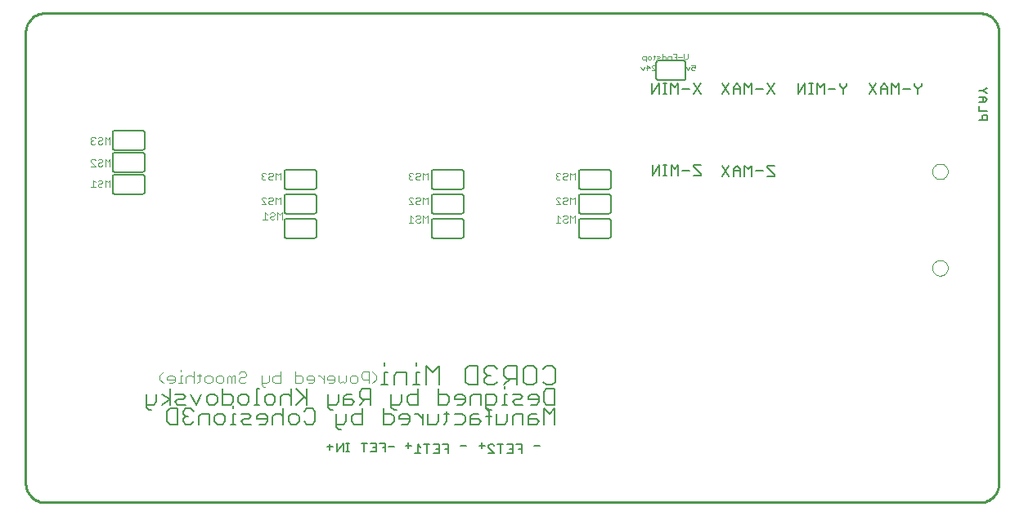
<source format=gbo>
G75*
G70*
%OFA0B0*%
%FSLAX24Y24*%
%IPPOS*%
%LPD*%
%AMOC8*
5,1,8,0,0,1.08239X$1,22.5*
%
%ADD10C,0.0100*%
%ADD11C,0.0070*%
%ADD12C,0.0020*%
%ADD13C,0.0050*%
%ADD14C,0.0040*%
%ADD15C,0.0060*%
%ADD16C,0.0000*%
D10*
X002785Y001429D02*
X002785Y019835D01*
X002787Y019889D01*
X002792Y019942D01*
X002801Y019995D01*
X002814Y020047D01*
X002830Y020099D01*
X002850Y020149D01*
X002873Y020197D01*
X002900Y020244D01*
X002929Y020289D01*
X002962Y020332D01*
X002997Y020372D01*
X003035Y020410D01*
X003075Y020445D01*
X003118Y020478D01*
X003163Y020507D01*
X003210Y020534D01*
X003258Y020557D01*
X003308Y020577D01*
X003360Y020593D01*
X003412Y020606D01*
X003465Y020615D01*
X003518Y020620D01*
X003572Y020622D01*
X041663Y020622D01*
X041717Y020620D01*
X041770Y020615D01*
X041823Y020606D01*
X041875Y020593D01*
X041927Y020577D01*
X041977Y020557D01*
X042025Y020534D01*
X042072Y020507D01*
X042117Y020478D01*
X042160Y020445D01*
X042200Y020410D01*
X042238Y020372D01*
X042273Y020332D01*
X042306Y020289D01*
X042335Y020244D01*
X042362Y020197D01*
X042385Y020149D01*
X042405Y020099D01*
X042421Y020047D01*
X042434Y019995D01*
X042443Y019942D01*
X042448Y019889D01*
X042450Y019835D01*
X042450Y001429D01*
X042448Y001375D01*
X042443Y001322D01*
X042434Y001269D01*
X042421Y001217D01*
X042405Y001165D01*
X042385Y001115D01*
X042362Y001067D01*
X042335Y001020D01*
X042306Y000975D01*
X042273Y000932D01*
X042238Y000892D01*
X042200Y000854D01*
X042160Y000819D01*
X042117Y000786D01*
X042072Y000757D01*
X042025Y000730D01*
X041977Y000707D01*
X041927Y000687D01*
X041875Y000671D01*
X041823Y000658D01*
X041770Y000649D01*
X041717Y000644D01*
X041663Y000642D01*
X003572Y000642D01*
X003518Y000644D01*
X003465Y000649D01*
X003412Y000658D01*
X003360Y000671D01*
X003308Y000687D01*
X003258Y000707D01*
X003210Y000730D01*
X003163Y000757D01*
X003118Y000786D01*
X003075Y000819D01*
X003035Y000854D01*
X002997Y000892D01*
X002962Y000932D01*
X002929Y000975D01*
X002900Y001020D01*
X002873Y001067D01*
X002850Y001115D01*
X002830Y001165D01*
X002814Y001217D01*
X002801Y001269D01*
X002792Y001322D01*
X002787Y001375D01*
X002785Y001429D01*
D11*
X017262Y005441D02*
X017526Y005441D01*
X017394Y005441D02*
X017394Y005968D01*
X017526Y005968D01*
X017394Y006232D02*
X017394Y006364D01*
X017922Y005968D02*
X017791Y005836D01*
X017791Y005441D01*
X018318Y005441D02*
X018318Y005968D01*
X017922Y005968D01*
X018714Y005968D02*
X018714Y005441D01*
X018846Y005441D02*
X018582Y005441D01*
X019110Y005441D02*
X019110Y006232D01*
X019374Y005968D01*
X019637Y006232D01*
X019637Y005441D01*
X020694Y005573D02*
X020826Y005441D01*
X021221Y005441D01*
X021221Y006232D01*
X020826Y006232D01*
X020694Y006100D01*
X020694Y005573D01*
X021486Y005573D02*
X021618Y005441D01*
X021881Y005441D01*
X022013Y005573D01*
X022278Y005441D02*
X022541Y005705D01*
X022410Y005705D02*
X022805Y005705D01*
X023070Y005573D02*
X023070Y006100D01*
X023202Y006232D01*
X023465Y006232D01*
X023597Y006100D01*
X023597Y005573D01*
X023465Y005441D01*
X023202Y005441D01*
X023070Y005573D01*
X022805Y005441D02*
X022805Y006232D01*
X022410Y006232D01*
X022278Y006100D01*
X022278Y005836D01*
X022410Y005705D01*
X022013Y006100D02*
X021881Y006232D01*
X021618Y006232D01*
X021486Y006100D01*
X021486Y005968D01*
X021618Y005836D01*
X021486Y005705D01*
X021486Y005573D01*
X021618Y005836D02*
X021750Y005836D01*
X023862Y005573D02*
X023993Y005441D01*
X024257Y005441D01*
X024389Y005573D01*
X024389Y006100D01*
X024257Y006232D01*
X023993Y006232D01*
X023862Y006100D01*
X018846Y005968D02*
X018714Y005968D01*
X018714Y006232D02*
X018714Y006364D01*
X028329Y013982D02*
X028329Y014412D01*
X028616Y014412D02*
X028329Y013982D01*
X028616Y013982D02*
X028616Y014412D01*
X028779Y014412D02*
X028923Y014412D01*
X028851Y014412D02*
X028851Y013982D01*
X028923Y013982D02*
X028779Y013982D01*
X029096Y013982D02*
X029096Y014412D01*
X029240Y014269D01*
X029383Y014412D01*
X029383Y013982D01*
X029557Y014197D02*
X029844Y014197D01*
X030017Y014340D02*
X030304Y014054D01*
X030304Y013982D01*
X030017Y013982D01*
X030017Y014340D02*
X030017Y014412D01*
X030304Y014412D01*
X031167Y014393D02*
X031453Y013963D01*
X031627Y013963D02*
X031627Y014250D01*
X031770Y014393D01*
X031914Y014250D01*
X031914Y013963D01*
X032087Y013963D02*
X032087Y014393D01*
X032231Y014250D01*
X032374Y014393D01*
X032374Y013963D01*
X032548Y014178D02*
X032835Y014178D01*
X033008Y014322D02*
X033295Y014035D01*
X033295Y013963D01*
X033008Y013963D01*
X033008Y014322D02*
X033008Y014393D01*
X033295Y014393D01*
X031914Y014178D02*
X031627Y014178D01*
X031453Y014393D02*
X031167Y013963D01*
X031167Y017313D02*
X031453Y017743D01*
X031627Y017600D02*
X031627Y017313D01*
X031453Y017313D02*
X031167Y017743D01*
X031627Y017600D02*
X031770Y017743D01*
X031914Y017600D01*
X031914Y017313D01*
X032087Y017313D02*
X032087Y017743D01*
X032231Y017600D01*
X032374Y017743D01*
X032374Y017313D01*
X032548Y017528D02*
X032835Y017528D01*
X033008Y017313D02*
X033295Y017743D01*
X033008Y017743D02*
X033295Y017313D01*
X034270Y017313D02*
X034270Y017743D01*
X034557Y017743D02*
X034270Y017313D01*
X034557Y017313D02*
X034557Y017743D01*
X034720Y017743D02*
X034864Y017743D01*
X034792Y017743D02*
X034792Y017313D01*
X034864Y017313D02*
X034720Y017313D01*
X035037Y017313D02*
X035037Y017743D01*
X035181Y017600D01*
X035324Y017743D01*
X035324Y017313D01*
X035498Y017528D02*
X035785Y017528D01*
X035958Y017672D02*
X036102Y017528D01*
X036102Y017313D01*
X036102Y017528D02*
X036245Y017672D01*
X036245Y017743D01*
X035958Y017743D02*
X035958Y017672D01*
X037167Y017743D02*
X037453Y017313D01*
X037627Y017313D02*
X037627Y017600D01*
X037770Y017743D01*
X037914Y017600D01*
X037914Y017313D01*
X038087Y017313D02*
X038087Y017743D01*
X038231Y017600D01*
X038374Y017743D01*
X038374Y017313D01*
X038548Y017528D02*
X038835Y017528D01*
X039008Y017672D02*
X039008Y017743D01*
X039008Y017672D02*
X039152Y017528D01*
X039152Y017313D01*
X039152Y017528D02*
X039295Y017672D01*
X039295Y017743D01*
X037914Y017528D02*
X037627Y017528D01*
X037453Y017743D02*
X037167Y017313D01*
X041656Y017202D02*
X041877Y017202D01*
X041987Y017092D01*
X041877Y016982D01*
X041656Y016982D01*
X041656Y016834D02*
X041656Y016613D01*
X041987Y016613D01*
X041932Y016465D02*
X041821Y016465D01*
X041766Y016410D01*
X041766Y016245D01*
X041656Y016245D02*
X041987Y016245D01*
X041987Y016410D01*
X041932Y016465D01*
X041821Y016982D02*
X041821Y017202D01*
X041932Y017350D02*
X041821Y017460D01*
X041656Y017460D01*
X041821Y017460D02*
X041932Y017570D01*
X041987Y017570D01*
X041987Y017350D02*
X041932Y017350D01*
X031914Y017528D02*
X031627Y017528D01*
X030295Y017313D02*
X030008Y017743D01*
X029835Y017528D02*
X029548Y017528D01*
X029374Y017313D02*
X029374Y017743D01*
X029231Y017600D01*
X029087Y017743D01*
X029087Y017313D01*
X028914Y017313D02*
X028770Y017313D01*
X028842Y017313D02*
X028842Y017743D01*
X028914Y017743D02*
X028770Y017743D01*
X028607Y017743D02*
X028320Y017313D01*
X028320Y017743D01*
X028607Y017743D02*
X028607Y017313D01*
X030008Y017313D02*
X030295Y017743D01*
D12*
X030033Y018285D02*
X030070Y018321D01*
X030033Y018285D02*
X029960Y018285D01*
X029923Y018321D01*
X029923Y018395D01*
X029960Y018432D01*
X029997Y018432D01*
X030070Y018395D01*
X030070Y018505D01*
X029923Y018505D01*
X029849Y018432D02*
X029776Y018285D01*
X029702Y018432D01*
X029684Y018722D02*
X029611Y018796D01*
X029611Y018942D01*
X029537Y018832D02*
X029390Y018832D01*
X029316Y018832D02*
X029242Y018832D01*
X029316Y018722D02*
X029169Y018722D01*
X029095Y018722D02*
X029095Y018869D01*
X028984Y018869D01*
X028948Y018832D01*
X028948Y018722D01*
X028874Y018759D02*
X028874Y018832D01*
X028837Y018869D01*
X028727Y018869D01*
X028727Y018942D02*
X028727Y018722D01*
X028837Y018722D01*
X028874Y018759D01*
X028653Y018722D02*
X028542Y018722D01*
X028506Y018759D01*
X028542Y018796D01*
X028616Y018796D01*
X028653Y018832D01*
X028616Y018869D01*
X028506Y018869D01*
X028432Y018869D02*
X028358Y018869D01*
X028395Y018906D02*
X028395Y018759D01*
X028358Y018722D01*
X028284Y018759D02*
X028248Y018722D01*
X028174Y018722D01*
X028137Y018759D01*
X028137Y018832D01*
X028174Y018869D01*
X028248Y018869D01*
X028284Y018832D01*
X028284Y018759D01*
X028063Y018722D02*
X027953Y018722D01*
X027916Y018759D01*
X027916Y018832D01*
X027953Y018869D01*
X028063Y018869D01*
X028063Y018649D01*
X028114Y018505D02*
X028224Y018395D01*
X028077Y018395D01*
X028003Y018432D02*
X027930Y018285D01*
X027856Y018432D01*
X028114Y018505D02*
X028114Y018285D01*
X028298Y018285D02*
X028445Y018285D01*
X028298Y018432D01*
X028298Y018468D01*
X028335Y018505D01*
X028408Y018505D01*
X028445Y018468D01*
X029316Y018722D02*
X029316Y018942D01*
X029169Y018942D01*
X029684Y018722D02*
X029758Y018796D01*
X029758Y018942D01*
D13*
X023743Y002962D02*
X023509Y002962D01*
X022993Y003013D02*
X022759Y003013D01*
X022624Y003013D02*
X022624Y002662D01*
X022391Y002662D01*
X022507Y002837D02*
X022624Y002837D01*
X022624Y003013D02*
X022391Y003013D01*
X022256Y003013D02*
X022022Y003013D01*
X022139Y003013D02*
X022139Y002662D01*
X021888Y002662D02*
X021654Y002896D01*
X021654Y002954D01*
X021712Y003013D01*
X021829Y003013D01*
X021888Y002954D01*
X021493Y002962D02*
X021259Y002962D01*
X021376Y002846D02*
X021376Y003079D01*
X021654Y002662D02*
X021888Y002662D01*
X022876Y002837D02*
X022993Y002837D01*
X022993Y002662D02*
X022993Y003013D01*
X020743Y002962D02*
X020509Y002962D01*
X019993Y003013D02*
X019759Y003013D01*
X019624Y003013D02*
X019624Y002662D01*
X019391Y002662D01*
X019507Y002837D02*
X019624Y002837D01*
X019624Y003013D02*
X019391Y003013D01*
X019256Y003013D02*
X019022Y003013D01*
X019139Y003013D02*
X019139Y002662D01*
X018888Y002662D02*
X018654Y002662D01*
X018771Y002662D02*
X018771Y003013D01*
X018888Y002896D01*
X018493Y002962D02*
X018259Y002962D01*
X018376Y002846D02*
X018376Y003079D01*
X017793Y002912D02*
X017559Y002912D01*
X017443Y002887D02*
X017326Y002887D01*
X017443Y002712D02*
X017443Y003063D01*
X017209Y003063D01*
X017074Y003063D02*
X017074Y002712D01*
X016841Y002712D01*
X016957Y002887D02*
X017074Y002887D01*
X017074Y003063D02*
X016841Y003063D01*
X016706Y003063D02*
X016472Y003063D01*
X016589Y003063D02*
X016589Y002712D01*
X015969Y002712D02*
X015852Y002712D01*
X015911Y002712D02*
X015911Y003063D01*
X015969Y003063D02*
X015852Y003063D01*
X015724Y003063D02*
X015490Y002712D01*
X015490Y003063D01*
X015724Y003063D02*
X015724Y002712D01*
X015293Y002912D02*
X015059Y002912D01*
X015176Y002796D02*
X015176Y003029D01*
X019876Y002837D02*
X019993Y002837D01*
X019993Y002662D02*
X019993Y003013D01*
D14*
X017073Y005673D02*
X017073Y005827D01*
X016919Y005980D01*
X016766Y005980D02*
X016535Y005980D01*
X016459Y005903D01*
X016459Y005750D01*
X016535Y005673D01*
X016766Y005673D01*
X016766Y005520D02*
X016766Y005980D01*
X016305Y005750D02*
X016305Y005597D01*
X016228Y005520D01*
X016075Y005520D01*
X015998Y005597D01*
X015998Y005750D01*
X016075Y005827D01*
X016228Y005827D01*
X016305Y005750D01*
X015845Y005827D02*
X015845Y005597D01*
X015768Y005520D01*
X015691Y005597D01*
X015615Y005520D01*
X015538Y005597D01*
X015538Y005827D01*
X015384Y005750D02*
X015308Y005827D01*
X015154Y005827D01*
X015077Y005750D01*
X015077Y005673D01*
X015384Y005673D01*
X015384Y005597D02*
X015384Y005750D01*
X015384Y005597D02*
X015308Y005520D01*
X015154Y005520D01*
X014924Y005520D02*
X014924Y005827D01*
X014771Y005827D02*
X014924Y005673D01*
X014771Y005827D02*
X014694Y005827D01*
X014540Y005750D02*
X014464Y005827D01*
X014310Y005827D01*
X014233Y005750D01*
X014233Y005673D01*
X014540Y005673D01*
X014540Y005597D02*
X014540Y005750D01*
X014540Y005597D02*
X014464Y005520D01*
X014310Y005520D01*
X014080Y005597D02*
X014080Y005750D01*
X014003Y005827D01*
X013773Y005827D01*
X013773Y005980D02*
X013773Y005520D01*
X014003Y005520D01*
X014080Y005597D01*
X013159Y005520D02*
X013159Y005980D01*
X013159Y005827D02*
X012929Y005827D01*
X012852Y005750D01*
X012852Y005597D01*
X012929Y005520D01*
X013159Y005520D01*
X012699Y005597D02*
X012699Y005827D01*
X012699Y005597D02*
X012622Y005520D01*
X012392Y005520D01*
X012392Y005443D02*
X012469Y005366D01*
X012545Y005366D01*
X012392Y005443D02*
X012392Y005827D01*
X011778Y005827D02*
X011778Y005903D01*
X011701Y005980D01*
X011548Y005980D01*
X011471Y005903D01*
X011548Y005750D02*
X011471Y005673D01*
X011471Y005597D01*
X011548Y005520D01*
X011701Y005520D01*
X011778Y005597D01*
X011701Y005750D02*
X011548Y005750D01*
X011701Y005750D02*
X011778Y005827D01*
X011318Y005827D02*
X011318Y005520D01*
X011164Y005520D02*
X011164Y005750D01*
X011087Y005827D01*
X011011Y005750D01*
X011011Y005520D01*
X010857Y005597D02*
X010780Y005520D01*
X010627Y005520D01*
X010550Y005597D01*
X010550Y005750D01*
X010627Y005827D01*
X010780Y005827D01*
X010857Y005750D01*
X010857Y005597D01*
X011164Y005750D02*
X011241Y005827D01*
X011318Y005827D01*
X010397Y005750D02*
X010397Y005597D01*
X010320Y005520D01*
X010167Y005520D01*
X010090Y005597D01*
X010090Y005750D01*
X010167Y005827D01*
X010320Y005827D01*
X010397Y005750D01*
X009936Y005827D02*
X009783Y005827D01*
X009860Y005903D02*
X009860Y005597D01*
X009783Y005520D01*
X009629Y005520D02*
X009629Y005980D01*
X009553Y005827D02*
X009399Y005827D01*
X009323Y005750D01*
X009323Y005520D01*
X009169Y005520D02*
X009016Y005520D01*
X009092Y005520D02*
X009092Y005827D01*
X009169Y005827D01*
X009092Y005980D02*
X009092Y006057D01*
X008785Y005827D02*
X008632Y005827D01*
X008555Y005750D01*
X008555Y005673D01*
X008862Y005673D01*
X008862Y005597D02*
X008862Y005750D01*
X008785Y005827D01*
X008862Y005597D02*
X008785Y005520D01*
X008632Y005520D01*
X008402Y005520D02*
X008248Y005673D01*
X008248Y005827D01*
X008402Y005980D01*
X009553Y005827D02*
X009629Y005750D01*
X016919Y005520D02*
X017073Y005673D01*
X018392Y012073D02*
X018578Y012073D01*
X018485Y012073D02*
X018485Y012353D01*
X018578Y012260D01*
X018686Y012307D02*
X018733Y012353D01*
X018826Y012353D01*
X018873Y012307D01*
X018873Y012260D01*
X018826Y012213D01*
X018733Y012213D01*
X018686Y012166D01*
X018686Y012120D01*
X018733Y012073D01*
X018826Y012073D01*
X018873Y012120D01*
X018981Y012073D02*
X018981Y012353D01*
X019074Y012260D01*
X019168Y012353D01*
X019168Y012073D01*
X019168Y012823D02*
X019168Y013103D01*
X019074Y013010D01*
X018981Y013103D01*
X018981Y012823D01*
X018873Y012870D02*
X018826Y012823D01*
X018733Y012823D01*
X018686Y012870D01*
X018686Y012916D01*
X018733Y012963D01*
X018826Y012963D01*
X018873Y013010D01*
X018873Y013057D01*
X018826Y013103D01*
X018733Y013103D01*
X018686Y013057D01*
X018578Y013057D02*
X018532Y013103D01*
X018438Y013103D01*
X018392Y013057D01*
X018392Y013010D01*
X018578Y012823D01*
X018392Y012823D01*
X018438Y013823D02*
X018532Y013823D01*
X018578Y013870D01*
X018686Y013870D02*
X018733Y013823D01*
X018826Y013823D01*
X018873Y013870D01*
X018826Y013963D02*
X018733Y013963D01*
X018686Y013916D01*
X018686Y013870D01*
X018826Y013963D02*
X018873Y014010D01*
X018873Y014057D01*
X018826Y014103D01*
X018733Y014103D01*
X018686Y014057D01*
X018578Y014057D02*
X018532Y014103D01*
X018438Y014103D01*
X018392Y014057D01*
X018392Y014010D01*
X018438Y013963D01*
X018392Y013916D01*
X018392Y013870D01*
X018438Y013823D01*
X018438Y013963D02*
X018485Y013963D01*
X018981Y014103D02*
X018981Y013823D01*
X019168Y013823D02*
X019168Y014103D01*
X019074Y014010D01*
X018981Y014103D01*
X024392Y014057D02*
X024392Y014010D01*
X024438Y013963D01*
X024392Y013916D01*
X024392Y013870D01*
X024438Y013823D01*
X024532Y013823D01*
X024578Y013870D01*
X024686Y013870D02*
X024686Y013916D01*
X024733Y013963D01*
X024826Y013963D01*
X024873Y014010D01*
X024873Y014057D01*
X024826Y014103D01*
X024733Y014103D01*
X024686Y014057D01*
X024578Y014057D02*
X024532Y014103D01*
X024438Y014103D01*
X024392Y014057D01*
X024438Y013963D02*
X024485Y013963D01*
X024686Y013870D02*
X024733Y013823D01*
X024826Y013823D01*
X024873Y013870D01*
X024981Y013823D02*
X024981Y014103D01*
X025074Y014010D01*
X025168Y014103D01*
X025168Y013823D01*
X025168Y013103D02*
X025074Y013010D01*
X024981Y013103D01*
X024981Y012823D01*
X024873Y012870D02*
X024826Y012823D01*
X024733Y012823D01*
X024686Y012870D01*
X024686Y012916D01*
X024733Y012963D01*
X024826Y012963D01*
X024873Y013010D01*
X024873Y013057D01*
X024826Y013103D01*
X024733Y013103D01*
X024686Y013057D01*
X024578Y013057D02*
X024532Y013103D01*
X024438Y013103D01*
X024392Y013057D01*
X024392Y013010D01*
X024578Y012823D01*
X024392Y012823D01*
X024485Y012353D02*
X024485Y012073D01*
X024578Y012073D02*
X024392Y012073D01*
X024578Y012260D02*
X024485Y012353D01*
X024686Y012307D02*
X024733Y012353D01*
X024826Y012353D01*
X024873Y012307D01*
X024873Y012260D01*
X024826Y012213D01*
X024733Y012213D01*
X024686Y012166D01*
X024686Y012120D01*
X024733Y012073D01*
X024826Y012073D01*
X024873Y012120D01*
X024981Y012073D02*
X024981Y012353D01*
X025074Y012260D01*
X025168Y012353D01*
X025168Y012073D01*
X025168Y012823D02*
X025168Y013103D01*
X013230Y012478D02*
X013137Y012385D01*
X013043Y012478D01*
X013043Y012198D01*
X012936Y012245D02*
X012889Y012198D01*
X012795Y012198D01*
X012749Y012245D01*
X012749Y012291D01*
X012795Y012338D01*
X012889Y012338D01*
X012936Y012385D01*
X012936Y012432D01*
X012889Y012478D01*
X012795Y012478D01*
X012749Y012432D01*
X012641Y012385D02*
X012547Y012478D01*
X012547Y012198D01*
X012454Y012198D02*
X012641Y012198D01*
X013230Y012198D02*
X013230Y012478D01*
X013168Y012823D02*
X013168Y013103D01*
X013074Y013010D01*
X012981Y013103D01*
X012981Y012823D01*
X012873Y012870D02*
X012826Y012823D01*
X012733Y012823D01*
X012686Y012870D01*
X012686Y012916D01*
X012733Y012963D01*
X012826Y012963D01*
X012873Y013010D01*
X012873Y013057D01*
X012826Y013103D01*
X012733Y013103D01*
X012686Y013057D01*
X012578Y013057D02*
X012532Y013103D01*
X012438Y013103D01*
X012392Y013057D01*
X012392Y013010D01*
X012578Y012823D01*
X012392Y012823D01*
X012438Y013823D02*
X012532Y013823D01*
X012578Y013870D01*
X012686Y013870D02*
X012733Y013823D01*
X012826Y013823D01*
X012873Y013870D01*
X012826Y013963D02*
X012733Y013963D01*
X012686Y013916D01*
X012686Y013870D01*
X012826Y013963D02*
X012873Y014010D01*
X012873Y014057D01*
X012826Y014103D01*
X012733Y014103D01*
X012686Y014057D01*
X012578Y014057D02*
X012532Y014103D01*
X012438Y014103D01*
X012392Y014057D01*
X012392Y014010D01*
X012438Y013963D01*
X012392Y013916D01*
X012392Y013870D01*
X012438Y013823D01*
X012438Y013963D02*
X012485Y013963D01*
X012981Y014103D02*
X012981Y013823D01*
X013168Y013823D02*
X013168Y014103D01*
X013074Y014010D01*
X012981Y014103D01*
X006218Y014373D02*
X006218Y014653D01*
X006124Y014560D01*
X006031Y014653D01*
X006031Y014373D01*
X005923Y014420D02*
X005876Y014373D01*
X005783Y014373D01*
X005736Y014420D01*
X005736Y014466D01*
X005783Y014513D01*
X005876Y014513D01*
X005923Y014560D01*
X005923Y014607D01*
X005876Y014653D01*
X005783Y014653D01*
X005736Y014607D01*
X005628Y014607D02*
X005582Y014653D01*
X005488Y014653D01*
X005442Y014607D01*
X005442Y014560D01*
X005628Y014373D01*
X005442Y014373D01*
X005535Y013803D02*
X005535Y013523D01*
X005628Y013523D02*
X005442Y013523D01*
X005628Y013710D02*
X005535Y013803D01*
X005736Y013757D02*
X005783Y013803D01*
X005876Y013803D01*
X005923Y013757D01*
X005923Y013710D01*
X005876Y013663D01*
X005783Y013663D01*
X005736Y013616D01*
X005736Y013570D01*
X005783Y013523D01*
X005876Y013523D01*
X005923Y013570D01*
X006031Y013523D02*
X006031Y013803D01*
X006124Y013710D01*
X006218Y013803D01*
X006218Y013523D01*
X006218Y015273D02*
X006218Y015553D01*
X006124Y015460D01*
X006031Y015553D01*
X006031Y015273D01*
X005923Y015320D02*
X005876Y015273D01*
X005783Y015273D01*
X005736Y015320D01*
X005736Y015366D01*
X005783Y015413D01*
X005876Y015413D01*
X005923Y015460D01*
X005923Y015507D01*
X005876Y015553D01*
X005783Y015553D01*
X005736Y015507D01*
X005628Y015507D02*
X005582Y015553D01*
X005488Y015553D01*
X005442Y015507D01*
X005442Y015460D01*
X005488Y015413D01*
X005442Y015366D01*
X005442Y015320D01*
X005488Y015273D01*
X005582Y015273D01*
X005628Y015320D01*
X005535Y015413D02*
X005488Y015413D01*
D15*
X006330Y015137D02*
X006330Y015737D01*
X006332Y015754D01*
X006336Y015771D01*
X006343Y015787D01*
X006353Y015801D01*
X006366Y015814D01*
X006380Y015824D01*
X006396Y015831D01*
X006413Y015835D01*
X006430Y015837D01*
X007530Y015837D01*
X007547Y015835D01*
X007564Y015831D01*
X007580Y015824D01*
X007594Y015814D01*
X007607Y015801D01*
X007617Y015787D01*
X007624Y015771D01*
X007628Y015754D01*
X007630Y015737D01*
X007630Y015137D01*
X007628Y015120D01*
X007624Y015103D01*
X007617Y015087D01*
X007607Y015073D01*
X007594Y015060D01*
X007580Y015050D01*
X007564Y015043D01*
X007547Y015039D01*
X007530Y015037D01*
X006430Y015037D01*
X006430Y014937D02*
X007530Y014937D01*
X007547Y014935D01*
X007564Y014931D01*
X007580Y014924D01*
X007594Y014914D01*
X007607Y014901D01*
X007617Y014887D01*
X007624Y014871D01*
X007628Y014854D01*
X007630Y014837D01*
X007630Y014237D01*
X007628Y014220D01*
X007624Y014203D01*
X007617Y014187D01*
X007607Y014173D01*
X007594Y014160D01*
X007580Y014150D01*
X007564Y014143D01*
X007547Y014139D01*
X007530Y014137D01*
X006430Y014137D01*
X006430Y014037D02*
X007530Y014037D01*
X007547Y014035D01*
X007564Y014031D01*
X007580Y014024D01*
X007594Y014014D01*
X007607Y014001D01*
X007617Y013987D01*
X007624Y013971D01*
X007628Y013954D01*
X007630Y013937D01*
X007630Y013337D01*
X007628Y013320D01*
X007624Y013303D01*
X007617Y013287D01*
X007607Y013273D01*
X007594Y013260D01*
X007580Y013250D01*
X007564Y013243D01*
X007547Y013239D01*
X007530Y013237D01*
X006430Y013237D01*
X006413Y013239D01*
X006396Y013243D01*
X006380Y013250D01*
X006366Y013260D01*
X006353Y013273D01*
X006343Y013287D01*
X006336Y013303D01*
X006332Y013320D01*
X006330Y013337D01*
X006330Y013937D01*
X006332Y013954D01*
X006336Y013971D01*
X006343Y013987D01*
X006353Y014001D01*
X006366Y014014D01*
X006380Y014024D01*
X006396Y014031D01*
X006413Y014035D01*
X006430Y014037D01*
X006430Y014137D02*
X006413Y014139D01*
X006396Y014143D01*
X006380Y014150D01*
X006366Y014160D01*
X006353Y014173D01*
X006343Y014187D01*
X006336Y014203D01*
X006332Y014220D01*
X006330Y014237D01*
X006330Y014837D01*
X006332Y014854D01*
X006336Y014871D01*
X006343Y014887D01*
X006353Y014901D01*
X006366Y014914D01*
X006380Y014924D01*
X006396Y014931D01*
X006413Y014935D01*
X006430Y014937D01*
X006430Y015037D02*
X006413Y015039D01*
X006396Y015043D01*
X006380Y015050D01*
X006366Y015060D01*
X006353Y015073D01*
X006343Y015087D01*
X006336Y015103D01*
X006332Y015120D01*
X006330Y015137D01*
X013330Y014137D02*
X013330Y013537D01*
X013332Y013520D01*
X013336Y013503D01*
X013343Y013487D01*
X013353Y013473D01*
X013366Y013460D01*
X013380Y013450D01*
X013396Y013443D01*
X013413Y013439D01*
X013430Y013437D01*
X014530Y013437D01*
X014547Y013439D01*
X014564Y013443D01*
X014580Y013450D01*
X014594Y013460D01*
X014607Y013473D01*
X014617Y013487D01*
X014624Y013503D01*
X014628Y013520D01*
X014630Y013537D01*
X014630Y014137D01*
X014628Y014154D01*
X014624Y014171D01*
X014617Y014187D01*
X014607Y014201D01*
X014594Y014214D01*
X014580Y014224D01*
X014564Y014231D01*
X014547Y014235D01*
X014530Y014237D01*
X013430Y014237D01*
X013413Y014235D01*
X013396Y014231D01*
X013380Y014224D01*
X013366Y014214D01*
X013353Y014201D01*
X013343Y014187D01*
X013336Y014171D01*
X013332Y014154D01*
X013330Y014137D01*
X013430Y013237D02*
X014530Y013237D01*
X014547Y013235D01*
X014564Y013231D01*
X014580Y013224D01*
X014594Y013214D01*
X014607Y013201D01*
X014617Y013187D01*
X014624Y013171D01*
X014628Y013154D01*
X014630Y013137D01*
X014630Y012537D01*
X014628Y012520D01*
X014624Y012503D01*
X014617Y012487D01*
X014607Y012473D01*
X014594Y012460D01*
X014580Y012450D01*
X014564Y012443D01*
X014547Y012439D01*
X014530Y012437D01*
X013430Y012437D01*
X013413Y012439D01*
X013396Y012443D01*
X013380Y012450D01*
X013366Y012460D01*
X013353Y012473D01*
X013343Y012487D01*
X013336Y012503D01*
X013332Y012520D01*
X013330Y012537D01*
X013330Y013137D01*
X013332Y013154D01*
X013336Y013171D01*
X013343Y013187D01*
X013353Y013201D01*
X013366Y013214D01*
X013380Y013224D01*
X013396Y013231D01*
X013413Y013235D01*
X013430Y013237D01*
X013430Y012237D02*
X014530Y012237D01*
X014547Y012235D01*
X014564Y012231D01*
X014580Y012224D01*
X014594Y012214D01*
X014607Y012201D01*
X014617Y012187D01*
X014624Y012171D01*
X014628Y012154D01*
X014630Y012137D01*
X014630Y011537D01*
X014628Y011520D01*
X014624Y011503D01*
X014617Y011487D01*
X014607Y011473D01*
X014594Y011460D01*
X014580Y011450D01*
X014564Y011443D01*
X014547Y011439D01*
X014530Y011437D01*
X013430Y011437D01*
X013413Y011439D01*
X013396Y011443D01*
X013380Y011450D01*
X013366Y011460D01*
X013353Y011473D01*
X013343Y011487D01*
X013336Y011503D01*
X013332Y011520D01*
X013330Y011537D01*
X013330Y012137D01*
X013332Y012154D01*
X013336Y012171D01*
X013343Y012187D01*
X013353Y012201D01*
X013366Y012214D01*
X013380Y012224D01*
X013396Y012231D01*
X013413Y012235D01*
X013430Y012237D01*
X019330Y012137D02*
X019330Y011537D01*
X019332Y011520D01*
X019336Y011503D01*
X019343Y011487D01*
X019353Y011473D01*
X019366Y011460D01*
X019380Y011450D01*
X019396Y011443D01*
X019413Y011439D01*
X019430Y011437D01*
X020530Y011437D01*
X020547Y011439D01*
X020564Y011443D01*
X020580Y011450D01*
X020594Y011460D01*
X020607Y011473D01*
X020617Y011487D01*
X020624Y011503D01*
X020628Y011520D01*
X020630Y011537D01*
X020630Y012137D01*
X020628Y012154D01*
X020624Y012171D01*
X020617Y012187D01*
X020607Y012201D01*
X020594Y012214D01*
X020580Y012224D01*
X020564Y012231D01*
X020547Y012235D01*
X020530Y012237D01*
X019430Y012237D01*
X019413Y012235D01*
X019396Y012231D01*
X019380Y012224D01*
X019366Y012214D01*
X019353Y012201D01*
X019343Y012187D01*
X019336Y012171D01*
X019332Y012154D01*
X019330Y012137D01*
X019430Y012437D02*
X020530Y012437D01*
X020547Y012439D01*
X020564Y012443D01*
X020580Y012450D01*
X020594Y012460D01*
X020607Y012473D01*
X020617Y012487D01*
X020624Y012503D01*
X020628Y012520D01*
X020630Y012537D01*
X020630Y013137D01*
X020628Y013154D01*
X020624Y013171D01*
X020617Y013187D01*
X020607Y013201D01*
X020594Y013214D01*
X020580Y013224D01*
X020564Y013231D01*
X020547Y013235D01*
X020530Y013237D01*
X019430Y013237D01*
X019413Y013235D01*
X019396Y013231D01*
X019380Y013224D01*
X019366Y013214D01*
X019353Y013201D01*
X019343Y013187D01*
X019336Y013171D01*
X019332Y013154D01*
X019330Y013137D01*
X019330Y012537D01*
X019332Y012520D01*
X019336Y012503D01*
X019343Y012487D01*
X019353Y012473D01*
X019366Y012460D01*
X019380Y012450D01*
X019396Y012443D01*
X019413Y012439D01*
X019430Y012437D01*
X019430Y013437D02*
X020530Y013437D01*
X020547Y013439D01*
X020564Y013443D01*
X020580Y013450D01*
X020594Y013460D01*
X020607Y013473D01*
X020617Y013487D01*
X020624Y013503D01*
X020628Y013520D01*
X020630Y013537D01*
X020630Y014137D01*
X020628Y014154D01*
X020624Y014171D01*
X020617Y014187D01*
X020607Y014201D01*
X020594Y014214D01*
X020580Y014224D01*
X020564Y014231D01*
X020547Y014235D01*
X020530Y014237D01*
X019430Y014237D01*
X019413Y014235D01*
X019396Y014231D01*
X019380Y014224D01*
X019366Y014214D01*
X019353Y014201D01*
X019343Y014187D01*
X019336Y014171D01*
X019332Y014154D01*
X019330Y014137D01*
X019330Y013537D01*
X019332Y013520D01*
X019336Y013503D01*
X019343Y013487D01*
X019353Y013473D01*
X019366Y013460D01*
X019380Y013450D01*
X019396Y013443D01*
X019413Y013439D01*
X019430Y013437D01*
X025330Y013537D02*
X025330Y014137D01*
X025332Y014154D01*
X025336Y014171D01*
X025343Y014187D01*
X025353Y014201D01*
X025366Y014214D01*
X025380Y014224D01*
X025396Y014231D01*
X025413Y014235D01*
X025430Y014237D01*
X026530Y014237D01*
X026547Y014235D01*
X026564Y014231D01*
X026580Y014224D01*
X026594Y014214D01*
X026607Y014201D01*
X026617Y014187D01*
X026624Y014171D01*
X026628Y014154D01*
X026630Y014137D01*
X026630Y013537D01*
X026628Y013520D01*
X026624Y013503D01*
X026617Y013487D01*
X026607Y013473D01*
X026594Y013460D01*
X026580Y013450D01*
X026564Y013443D01*
X026547Y013439D01*
X026530Y013437D01*
X025430Y013437D01*
X025413Y013439D01*
X025396Y013443D01*
X025380Y013450D01*
X025366Y013460D01*
X025353Y013473D01*
X025343Y013487D01*
X025336Y013503D01*
X025332Y013520D01*
X025330Y013537D01*
X025430Y013237D02*
X026530Y013237D01*
X026547Y013235D01*
X026564Y013231D01*
X026580Y013224D01*
X026594Y013214D01*
X026607Y013201D01*
X026617Y013187D01*
X026624Y013171D01*
X026628Y013154D01*
X026630Y013137D01*
X026630Y012537D01*
X026628Y012520D01*
X026624Y012503D01*
X026617Y012487D01*
X026607Y012473D01*
X026594Y012460D01*
X026580Y012450D01*
X026564Y012443D01*
X026547Y012439D01*
X026530Y012437D01*
X025430Y012437D01*
X025413Y012439D01*
X025396Y012443D01*
X025380Y012450D01*
X025366Y012460D01*
X025353Y012473D01*
X025343Y012487D01*
X025336Y012503D01*
X025332Y012520D01*
X025330Y012537D01*
X025330Y013137D01*
X025332Y013154D01*
X025336Y013171D01*
X025343Y013187D01*
X025353Y013201D01*
X025366Y013214D01*
X025380Y013224D01*
X025396Y013231D01*
X025413Y013235D01*
X025430Y013237D01*
X025430Y012237D02*
X026530Y012237D01*
X026547Y012235D01*
X026564Y012231D01*
X026580Y012224D01*
X026594Y012214D01*
X026607Y012201D01*
X026617Y012187D01*
X026624Y012171D01*
X026628Y012154D01*
X026630Y012137D01*
X026630Y011537D01*
X026628Y011520D01*
X026624Y011503D01*
X026617Y011487D01*
X026607Y011473D01*
X026594Y011460D01*
X026580Y011450D01*
X026564Y011443D01*
X026547Y011439D01*
X026530Y011437D01*
X025430Y011437D01*
X025413Y011439D01*
X025396Y011443D01*
X025380Y011450D01*
X025366Y011460D01*
X025353Y011473D01*
X025343Y011487D01*
X025336Y011503D01*
X025332Y011520D01*
X025330Y011537D01*
X025330Y012137D01*
X025332Y012154D01*
X025336Y012171D01*
X025343Y012187D01*
X025353Y012201D01*
X025366Y012214D01*
X025380Y012224D01*
X025396Y012231D01*
X025413Y012235D01*
X025430Y012237D01*
X028580Y017887D02*
X029580Y017887D01*
X029597Y017889D01*
X029614Y017893D01*
X029630Y017900D01*
X029644Y017910D01*
X029657Y017923D01*
X029667Y017937D01*
X029674Y017953D01*
X029678Y017970D01*
X029680Y017987D01*
X029680Y018587D01*
X029678Y018604D01*
X029674Y018621D01*
X029667Y018637D01*
X029657Y018651D01*
X029644Y018664D01*
X029630Y018674D01*
X029614Y018681D01*
X029597Y018685D01*
X029580Y018687D01*
X028580Y018687D01*
X028563Y018685D01*
X028546Y018681D01*
X028530Y018674D01*
X028516Y018664D01*
X028503Y018651D01*
X028493Y018637D01*
X028486Y018621D01*
X028482Y018604D01*
X028480Y018587D01*
X028480Y017987D01*
X028482Y017970D01*
X028486Y017953D01*
X028493Y017937D01*
X028503Y017923D01*
X028516Y017910D01*
X028530Y017900D01*
X028546Y017893D01*
X028563Y017889D01*
X028580Y017887D01*
X024344Y005277D02*
X024023Y005277D01*
X023917Y005170D01*
X023917Y004743D01*
X024023Y004636D01*
X024344Y004636D01*
X024344Y005277D01*
X023699Y004956D02*
X023592Y005063D01*
X023379Y005063D01*
X023272Y004956D01*
X023272Y004850D01*
X023699Y004850D01*
X023699Y004956D02*
X023699Y004743D01*
X023592Y004636D01*
X023379Y004636D01*
X023055Y004636D02*
X022734Y004636D01*
X022628Y004743D01*
X022734Y004850D01*
X022948Y004850D01*
X023055Y004956D01*
X022948Y005063D01*
X022628Y005063D01*
X022410Y005063D02*
X022303Y005063D01*
X022303Y004636D01*
X022197Y004636D02*
X022410Y004636D01*
X021980Y004743D02*
X021980Y004956D01*
X021874Y005063D01*
X021553Y005063D01*
X021553Y004529D01*
X021660Y004423D01*
X021767Y004423D01*
X021659Y004370D02*
X021552Y004477D01*
X021659Y004370D02*
X021659Y003836D01*
X021983Y003836D02*
X021983Y004263D01*
X021766Y004156D02*
X021552Y004156D01*
X021336Y003943D02*
X021229Y004050D01*
X020909Y004050D01*
X020909Y004156D02*
X020909Y003836D01*
X021229Y003836D01*
X021336Y003943D01*
X021016Y004263D02*
X020909Y004156D01*
X021016Y004263D02*
X021229Y004263D01*
X020691Y004156D02*
X020691Y003943D01*
X020585Y003836D01*
X020264Y003836D01*
X019940Y003943D02*
X019833Y003836D01*
X019940Y003943D02*
X019940Y004370D01*
X020047Y004263D02*
X019833Y004263D01*
X019617Y004263D02*
X019617Y003943D01*
X019510Y003836D01*
X019190Y003836D01*
X019190Y004263D01*
X018973Y004263D02*
X018973Y003836D01*
X018973Y004050D02*
X018759Y004263D01*
X018652Y004263D01*
X018435Y004156D02*
X018329Y004263D01*
X018115Y004263D01*
X018008Y004156D01*
X018008Y004050D01*
X018435Y004050D01*
X018435Y004156D02*
X018435Y003943D01*
X018329Y003836D01*
X018115Y003836D01*
X017791Y003943D02*
X017791Y004156D01*
X017684Y004263D01*
X017364Y004263D01*
X017364Y004477D02*
X017364Y003836D01*
X017684Y003836D01*
X017791Y003943D01*
X017793Y004423D02*
X017900Y004423D01*
X017793Y004423D02*
X017686Y004529D01*
X017686Y005063D01*
X018113Y005063D02*
X018113Y004743D01*
X018006Y004636D01*
X017686Y004636D01*
X018331Y004743D02*
X018331Y004956D01*
X018437Y005063D01*
X018758Y005063D01*
X018758Y005277D02*
X018758Y004636D01*
X018437Y004636D01*
X018331Y004743D01*
X019620Y004636D02*
X019620Y005277D01*
X019620Y005063D02*
X019940Y005063D01*
X020047Y004956D01*
X020047Y004743D01*
X019940Y004636D01*
X019620Y004636D01*
X020264Y004850D02*
X020691Y004850D01*
X020691Y004956D02*
X020585Y005063D01*
X020371Y005063D01*
X020264Y004956D01*
X020264Y004850D01*
X020371Y004636D02*
X020585Y004636D01*
X020691Y004743D01*
X020691Y004956D01*
X020909Y004956D02*
X020909Y004636D01*
X020909Y004956D02*
X021016Y005063D01*
X021336Y005063D01*
X021336Y004636D01*
X021553Y004636D02*
X021874Y004636D01*
X021980Y004743D01*
X022410Y004263D02*
X022410Y003943D01*
X022303Y003836D01*
X021983Y003836D01*
X022628Y003836D02*
X022628Y004156D01*
X022734Y004263D01*
X023055Y004263D01*
X023055Y003836D01*
X023272Y003836D02*
X023272Y004156D01*
X023379Y004263D01*
X023592Y004263D01*
X023592Y004050D02*
X023272Y004050D01*
X023272Y003836D02*
X023592Y003836D01*
X023699Y003943D01*
X023592Y004050D01*
X023917Y003836D02*
X023917Y004477D01*
X024130Y004263D01*
X024344Y004477D01*
X024344Y003836D01*
X022303Y005277D02*
X022303Y005383D01*
X020691Y004156D02*
X020585Y004263D01*
X020264Y004263D01*
X016824Y004636D02*
X016824Y005277D01*
X016504Y005277D01*
X016397Y005170D01*
X016397Y004956D01*
X016504Y004850D01*
X016824Y004850D01*
X016610Y004850D02*
X016397Y004636D01*
X016502Y004477D02*
X016502Y003836D01*
X016181Y003836D01*
X016075Y003943D01*
X016075Y004156D01*
X016181Y004263D01*
X016502Y004263D01*
X015857Y004263D02*
X015857Y003943D01*
X015750Y003836D01*
X015430Y003836D01*
X015430Y003729D02*
X015537Y003623D01*
X015644Y003623D01*
X015430Y003729D02*
X015430Y004263D01*
X015321Y004423D02*
X015215Y004423D01*
X015108Y004529D01*
X015108Y005063D01*
X015535Y005063D02*
X015535Y004743D01*
X015428Y004636D01*
X015108Y004636D01*
X014568Y004370D02*
X014461Y004477D01*
X014248Y004477D01*
X014141Y004370D01*
X013924Y004156D02*
X013924Y003943D01*
X013817Y003836D01*
X013603Y003836D01*
X013496Y003943D01*
X013496Y004156D01*
X013603Y004263D01*
X013817Y004263D01*
X013924Y004156D01*
X014141Y003943D02*
X014248Y003836D01*
X014461Y003836D01*
X014568Y003943D01*
X014568Y004370D01*
X014246Y004636D02*
X014246Y005277D01*
X014246Y004850D02*
X013819Y005277D01*
X013601Y005277D02*
X013601Y004636D01*
X013819Y004636D02*
X014139Y004956D01*
X013601Y004956D02*
X013494Y005063D01*
X013281Y005063D01*
X013174Y004956D01*
X013174Y004636D01*
X013279Y004477D02*
X013279Y003836D01*
X013279Y004156D02*
X013172Y004263D01*
X012959Y004263D01*
X012852Y004156D01*
X012852Y003836D01*
X012634Y003943D02*
X012634Y004156D01*
X012528Y004263D01*
X012314Y004263D01*
X012207Y004156D01*
X012207Y004050D01*
X012634Y004050D01*
X012634Y003943D02*
X012528Y003836D01*
X012314Y003836D01*
X011990Y003836D02*
X011670Y003836D01*
X011563Y003943D01*
X011670Y004050D01*
X011883Y004050D01*
X011990Y004156D01*
X011883Y004263D01*
X011563Y004263D01*
X011345Y004263D02*
X011239Y004263D01*
X011239Y003836D01*
X011345Y003836D02*
X011132Y003836D01*
X010916Y003943D02*
X010809Y003836D01*
X010595Y003836D01*
X010489Y003943D01*
X010489Y004156D01*
X010595Y004263D01*
X010809Y004263D01*
X010916Y004156D01*
X010916Y003943D01*
X010271Y003836D02*
X010271Y004263D01*
X009951Y004263D01*
X009844Y004156D01*
X009844Y003836D01*
X009627Y003943D02*
X009520Y003836D01*
X009306Y003836D01*
X009200Y003943D01*
X009200Y004050D01*
X009306Y004156D01*
X009413Y004156D01*
X009306Y004156D02*
X009200Y004263D01*
X009200Y004370D01*
X009306Y004477D01*
X009520Y004477D01*
X009627Y004370D01*
X008982Y004477D02*
X008662Y004477D01*
X008555Y004370D01*
X008555Y003943D01*
X008662Y003836D01*
X008982Y003836D01*
X008982Y004477D01*
X008984Y004636D02*
X008877Y004743D01*
X008984Y004850D01*
X009198Y004850D01*
X009304Y004956D01*
X009198Y005063D01*
X008877Y005063D01*
X008660Y004850D02*
X008339Y005063D01*
X008123Y005063D02*
X008123Y004743D01*
X008016Y004636D01*
X007696Y004636D01*
X007696Y004529D02*
X007802Y004423D01*
X007909Y004423D01*
X007696Y004529D02*
X007696Y005063D01*
X008339Y004636D02*
X008660Y004850D01*
X008660Y004636D02*
X008660Y005277D01*
X009522Y005063D02*
X009735Y004636D01*
X009949Y005063D01*
X010166Y004956D02*
X010273Y005063D01*
X010487Y005063D01*
X010593Y004956D01*
X010593Y004743D01*
X010487Y004636D01*
X010273Y004636D01*
X010166Y004743D01*
X010166Y004956D01*
X009304Y004636D02*
X008984Y004636D01*
X010811Y004636D02*
X011131Y004636D01*
X011238Y004743D01*
X011238Y004956D01*
X011131Y005063D01*
X010811Y005063D01*
X010811Y005277D02*
X010811Y004636D01*
X011239Y004583D02*
X011239Y004477D01*
X011455Y004743D02*
X011455Y004956D01*
X011562Y005063D01*
X011776Y005063D01*
X011882Y004956D01*
X011882Y004743D01*
X011776Y004636D01*
X011562Y004636D01*
X011455Y004743D01*
X012099Y004636D02*
X012312Y004636D01*
X012205Y004636D02*
X012205Y005277D01*
X012312Y005277D01*
X012530Y004956D02*
X012636Y005063D01*
X012850Y005063D01*
X012957Y004956D01*
X012957Y004743D01*
X012850Y004636D01*
X012636Y004636D01*
X012530Y004743D01*
X012530Y004956D01*
X015752Y004956D02*
X015752Y004636D01*
X016073Y004636D01*
X016179Y004743D01*
X016073Y004850D01*
X015752Y004850D01*
X015752Y004956D02*
X015859Y005063D01*
X016073Y005063D01*
D16*
X039739Y010219D02*
X039741Y010254D01*
X039747Y010289D01*
X039757Y010323D01*
X039770Y010356D01*
X039787Y010387D01*
X039808Y010415D01*
X039831Y010442D01*
X039858Y010465D01*
X039886Y010486D01*
X039917Y010503D01*
X039950Y010516D01*
X039984Y010526D01*
X040019Y010532D01*
X040054Y010534D01*
X040089Y010532D01*
X040124Y010526D01*
X040158Y010516D01*
X040191Y010503D01*
X040222Y010486D01*
X040250Y010465D01*
X040277Y010442D01*
X040300Y010415D01*
X040321Y010387D01*
X040338Y010356D01*
X040351Y010323D01*
X040361Y010289D01*
X040367Y010254D01*
X040369Y010219D01*
X040367Y010184D01*
X040361Y010149D01*
X040351Y010115D01*
X040338Y010082D01*
X040321Y010051D01*
X040300Y010023D01*
X040277Y009996D01*
X040250Y009973D01*
X040222Y009952D01*
X040191Y009935D01*
X040158Y009922D01*
X040124Y009912D01*
X040089Y009906D01*
X040054Y009904D01*
X040019Y009906D01*
X039984Y009912D01*
X039950Y009922D01*
X039917Y009935D01*
X039886Y009952D01*
X039858Y009973D01*
X039831Y009996D01*
X039808Y010023D01*
X039787Y010051D01*
X039770Y010082D01*
X039757Y010115D01*
X039747Y010149D01*
X039741Y010184D01*
X039739Y010219D01*
X039739Y014156D02*
X039741Y014191D01*
X039747Y014226D01*
X039757Y014260D01*
X039770Y014293D01*
X039787Y014324D01*
X039808Y014352D01*
X039831Y014379D01*
X039858Y014402D01*
X039886Y014423D01*
X039917Y014440D01*
X039950Y014453D01*
X039984Y014463D01*
X040019Y014469D01*
X040054Y014471D01*
X040089Y014469D01*
X040124Y014463D01*
X040158Y014453D01*
X040191Y014440D01*
X040222Y014423D01*
X040250Y014402D01*
X040277Y014379D01*
X040300Y014352D01*
X040321Y014324D01*
X040338Y014293D01*
X040351Y014260D01*
X040361Y014226D01*
X040367Y014191D01*
X040369Y014156D01*
X040367Y014121D01*
X040361Y014086D01*
X040351Y014052D01*
X040338Y014019D01*
X040321Y013988D01*
X040300Y013960D01*
X040277Y013933D01*
X040250Y013910D01*
X040222Y013889D01*
X040191Y013872D01*
X040158Y013859D01*
X040124Y013849D01*
X040089Y013843D01*
X040054Y013841D01*
X040019Y013843D01*
X039984Y013849D01*
X039950Y013859D01*
X039917Y013872D01*
X039886Y013889D01*
X039858Y013910D01*
X039831Y013933D01*
X039808Y013960D01*
X039787Y013988D01*
X039770Y014019D01*
X039757Y014052D01*
X039747Y014086D01*
X039741Y014121D01*
X039739Y014156D01*
M02*

</source>
